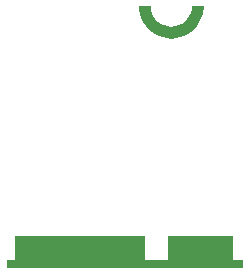
<source format=gbr>
%TF.GenerationSoftware,KiCad,Pcbnew,9.0.0*%
%TF.CreationDate,2025-05-23T16:00:21+04:00*%
%TF.ProjectId,02_05_sensor_magnetometer_LIS2MDLTR,30325f30-355f-4736-956e-736f725f6d61,rev?*%
%TF.SameCoordinates,Original*%
%TF.FileFunction,Soldermask,Bot*%
%TF.FilePolarity,Negative*%
%FSLAX46Y46*%
G04 Gerber Fmt 4.6, Leading zero omitted, Abs format (unit mm)*
G04 Created by KiCad (PCBNEW 9.0.0) date 2025-05-23 16:00:21*
%MOMM*%
%LPD*%
G01*
G04 APERTURE LIST*
G04 Aperture macros list*
%AMRoundRect*
0 Rectangle with rounded corners*
0 $1 Rounding radius*
0 $2 $3 $4 $5 $6 $7 $8 $9 X,Y pos of 4 corners*
0 Add a 4 corners polygon primitive as box body*
4,1,4,$2,$3,$4,$5,$6,$7,$8,$9,$2,$3,0*
0 Add four circle primitives for the rounded corners*
1,1,$1+$1,$2,$3*
1,1,$1+$1,$4,$5*
1,1,$1+$1,$6,$7*
1,1,$1+$1,$8,$9*
0 Add four rect primitives between the rounded corners*
20,1,$1+$1,$2,$3,$4,$5,0*
20,1,$1+$1,$4,$5,$6,$7,0*
20,1,$1+$1,$6,$7,$8,$9,0*
20,1,$1+$1,$8,$9,$2,$3,0*%
G04 Aperture macros list end*
%ADD10C,0.100000*%
%ADD11C,0.000000*%
%ADD12RoundRect,0.050000X-0.175000X-0.975000X0.175000X-0.975000X0.175000X0.975000X-0.175000X0.975000X0*%
%ADD13C,0.554000*%
G04 APERTURE END LIST*
D10*
X138550000Y-113900000D02*
X158450000Y-113900000D01*
X158450000Y-114450000D01*
X138550000Y-114450000D01*
X138550000Y-113900000D01*
G36*
X138550000Y-113900000D02*
G01*
X158450000Y-113900000D01*
X158450000Y-114450000D01*
X138550000Y-114450000D01*
X138550000Y-113900000D01*
G37*
D11*
%TO.C,J1*%
G36*
X150777686Y-92669501D02*
G01*
X150856638Y-92964152D01*
X150985556Y-93240617D01*
X151160522Y-93490495D01*
X151376222Y-93706195D01*
X151626100Y-93881161D01*
X151902565Y-94010079D01*
X152197216Y-94089031D01*
X152501100Y-94115617D01*
X152804984Y-94089031D01*
X153099635Y-94010079D01*
X153376100Y-93881161D01*
X153625978Y-93706195D01*
X153841678Y-93490495D01*
X154016644Y-93240617D01*
X154145562Y-92964152D01*
X154224514Y-92669501D01*
X154251100Y-92365617D01*
X155251100Y-92365617D01*
X155157396Y-93077369D01*
X155041769Y-93417996D01*
X154882670Y-93740617D01*
X154682822Y-94039711D01*
X154445644Y-94310161D01*
X154175194Y-94547339D01*
X153876100Y-94747187D01*
X153553479Y-94906286D01*
X153212852Y-95021913D01*
X152860047Y-95092090D01*
X152501100Y-95115617D01*
X152142153Y-95092090D01*
X151789348Y-95021913D01*
X151448721Y-94906286D01*
X151126100Y-94747187D01*
X150827006Y-94547339D01*
X150556556Y-94310161D01*
X150319378Y-94039711D01*
X150119530Y-93740617D01*
X149960431Y-93417996D01*
X149844804Y-93077369D01*
X149774627Y-92724564D01*
X149751100Y-92365617D01*
X150751100Y-92365617D01*
X150777686Y-92669501D01*
G37*
%TD*%
D12*
%TO.C,J1*%
X157501100Y-112840617D03*
X157001100Y-112840617D03*
X156501100Y-112840617D03*
X156001100Y-112840617D03*
X155501100Y-112840617D03*
X155001100Y-112840617D03*
X154501100Y-112840617D03*
X154001100Y-112840617D03*
X153501100Y-112840617D03*
X153001100Y-112840617D03*
X152501100Y-112840617D03*
X150001100Y-112840617D03*
X149501100Y-112840617D03*
X149001100Y-112840617D03*
X148501100Y-112840617D03*
X148001100Y-112840617D03*
X147501100Y-112840617D03*
X147001100Y-112840617D03*
X146501100Y-112840617D03*
X146001100Y-112840617D03*
X145501100Y-112840617D03*
X145001100Y-112840617D03*
X144501100Y-112840617D03*
X144001100Y-112840617D03*
X143501100Y-112840617D03*
X143001100Y-112840617D03*
X142501100Y-112840617D03*
X142001100Y-112840617D03*
X141501100Y-112840617D03*
X141001100Y-112840617D03*
X140501100Y-112840617D03*
X140001100Y-112840617D03*
X139501100Y-112840617D03*
D13*
X150401100Y-93365617D03*
X152501100Y-94665617D03*
X154601100Y-93365617D03*
%TD*%
M02*

</source>
